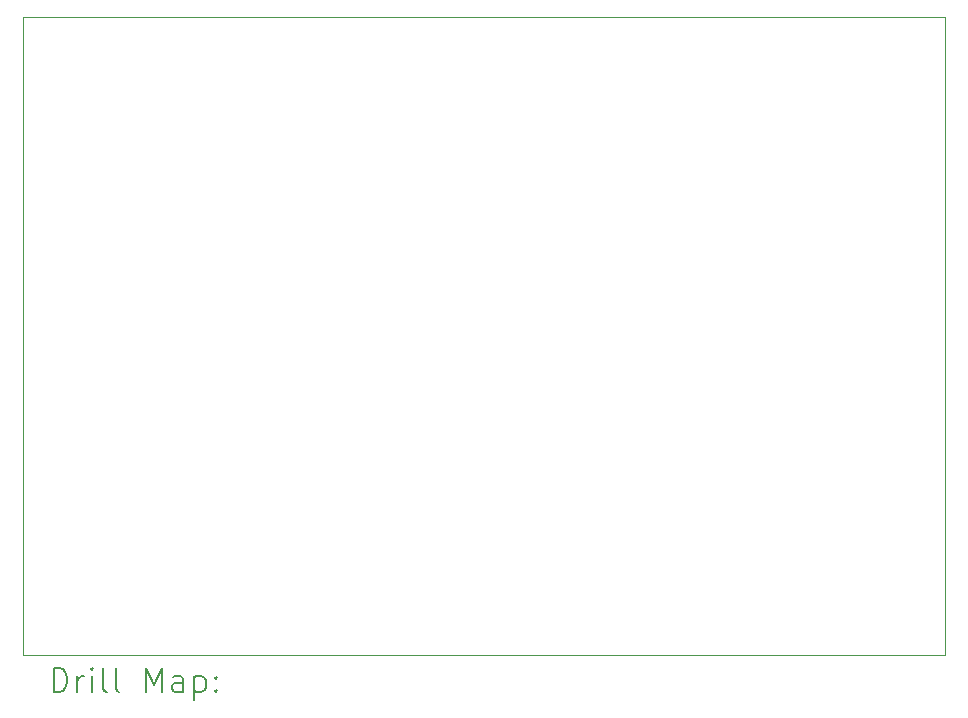
<source format=gbr>
%TF.GenerationSoftware,KiCad,Pcbnew,8.0.6*%
%TF.CreationDate,2024-11-23T14:23:01+05:30*%
%TF.ProjectId,p1,70312e6b-6963-4616-945f-706362585858,rev?*%
%TF.SameCoordinates,Original*%
%TF.FileFunction,Drillmap*%
%TF.FilePolarity,Positive*%
%FSLAX45Y45*%
G04 Gerber Fmt 4.5, Leading zero omitted, Abs format (unit mm)*
G04 Created by KiCad (PCBNEW 8.0.6) date 2024-11-23 14:23:01*
%MOMM*%
%LPD*%
G01*
G04 APERTURE LIST*
%ADD10C,0.038100*%
%ADD11C,0.200000*%
G04 APERTURE END LIST*
D10*
X8300000Y-6100000D02*
X8300000Y-6200000D01*
X16100000Y-6100000D02*
X8300000Y-6100000D01*
X16100000Y-11500000D02*
X16100000Y-6100000D01*
X8300000Y-11500000D02*
X16100000Y-11500000D01*
X8300000Y-6200000D02*
X8300000Y-11500000D01*
D11*
X8558872Y-11813389D02*
X8558872Y-11613389D01*
X8558872Y-11613389D02*
X8606491Y-11613389D01*
X8606491Y-11613389D02*
X8635062Y-11622913D01*
X8635062Y-11622913D02*
X8654110Y-11641960D01*
X8654110Y-11641960D02*
X8663634Y-11661008D01*
X8663634Y-11661008D02*
X8673158Y-11699103D01*
X8673158Y-11699103D02*
X8673158Y-11727674D01*
X8673158Y-11727674D02*
X8663634Y-11765770D01*
X8663634Y-11765770D02*
X8654110Y-11784817D01*
X8654110Y-11784817D02*
X8635062Y-11803865D01*
X8635062Y-11803865D02*
X8606491Y-11813389D01*
X8606491Y-11813389D02*
X8558872Y-11813389D01*
X8758872Y-11813389D02*
X8758872Y-11680055D01*
X8758872Y-11718151D02*
X8768396Y-11699103D01*
X8768396Y-11699103D02*
X8777919Y-11689579D01*
X8777919Y-11689579D02*
X8796967Y-11680055D01*
X8796967Y-11680055D02*
X8816015Y-11680055D01*
X8882681Y-11813389D02*
X8882681Y-11680055D01*
X8882681Y-11613389D02*
X8873158Y-11622913D01*
X8873158Y-11622913D02*
X8882681Y-11632436D01*
X8882681Y-11632436D02*
X8892205Y-11622913D01*
X8892205Y-11622913D02*
X8882681Y-11613389D01*
X8882681Y-11613389D02*
X8882681Y-11632436D01*
X9006491Y-11813389D02*
X8987443Y-11803865D01*
X8987443Y-11803865D02*
X8977919Y-11784817D01*
X8977919Y-11784817D02*
X8977919Y-11613389D01*
X9111253Y-11813389D02*
X9092205Y-11803865D01*
X9092205Y-11803865D02*
X9082681Y-11784817D01*
X9082681Y-11784817D02*
X9082681Y-11613389D01*
X9339824Y-11813389D02*
X9339824Y-11613389D01*
X9339824Y-11613389D02*
X9406491Y-11756246D01*
X9406491Y-11756246D02*
X9473158Y-11613389D01*
X9473158Y-11613389D02*
X9473158Y-11813389D01*
X9654110Y-11813389D02*
X9654110Y-11708627D01*
X9654110Y-11708627D02*
X9644586Y-11689579D01*
X9644586Y-11689579D02*
X9625539Y-11680055D01*
X9625539Y-11680055D02*
X9587443Y-11680055D01*
X9587443Y-11680055D02*
X9568396Y-11689579D01*
X9654110Y-11803865D02*
X9635062Y-11813389D01*
X9635062Y-11813389D02*
X9587443Y-11813389D01*
X9587443Y-11813389D02*
X9568396Y-11803865D01*
X9568396Y-11803865D02*
X9558872Y-11784817D01*
X9558872Y-11784817D02*
X9558872Y-11765770D01*
X9558872Y-11765770D02*
X9568396Y-11746722D01*
X9568396Y-11746722D02*
X9587443Y-11737198D01*
X9587443Y-11737198D02*
X9635062Y-11737198D01*
X9635062Y-11737198D02*
X9654110Y-11727674D01*
X9749348Y-11680055D02*
X9749348Y-11880055D01*
X9749348Y-11689579D02*
X9768396Y-11680055D01*
X9768396Y-11680055D02*
X9806491Y-11680055D01*
X9806491Y-11680055D02*
X9825539Y-11689579D01*
X9825539Y-11689579D02*
X9835062Y-11699103D01*
X9835062Y-11699103D02*
X9844586Y-11718151D01*
X9844586Y-11718151D02*
X9844586Y-11775293D01*
X9844586Y-11775293D02*
X9835062Y-11794341D01*
X9835062Y-11794341D02*
X9825539Y-11803865D01*
X9825539Y-11803865D02*
X9806491Y-11813389D01*
X9806491Y-11813389D02*
X9768396Y-11813389D01*
X9768396Y-11813389D02*
X9749348Y-11803865D01*
X9930300Y-11794341D02*
X9939824Y-11803865D01*
X9939824Y-11803865D02*
X9930300Y-11813389D01*
X9930300Y-11813389D02*
X9920777Y-11803865D01*
X9920777Y-11803865D02*
X9930300Y-11794341D01*
X9930300Y-11794341D02*
X9930300Y-11813389D01*
X9930300Y-11689579D02*
X9939824Y-11699103D01*
X9939824Y-11699103D02*
X9930300Y-11708627D01*
X9930300Y-11708627D02*
X9920777Y-11699103D01*
X9920777Y-11699103D02*
X9930300Y-11689579D01*
X9930300Y-11689579D02*
X9930300Y-11708627D01*
M02*

</source>
